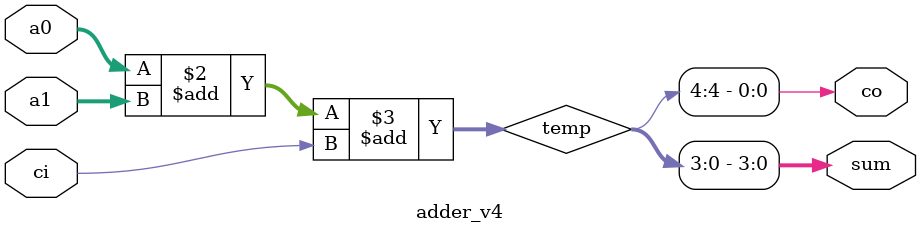
<source format=sv>
module adder_v4
#(
  parameter W = 4
)
(
  input logic [W - 1 : 0] a0, a1,
  input logic ci,
  output logic [W - 1 : 0] sum,
  output logic co
);

  logic [W : 0] temp;
  always_comb begin
    temp = a0 + a1 + ci;
    sum  = temp[W - 1 : 0];
    co   = temp[W];
  end
endmodule

</source>
